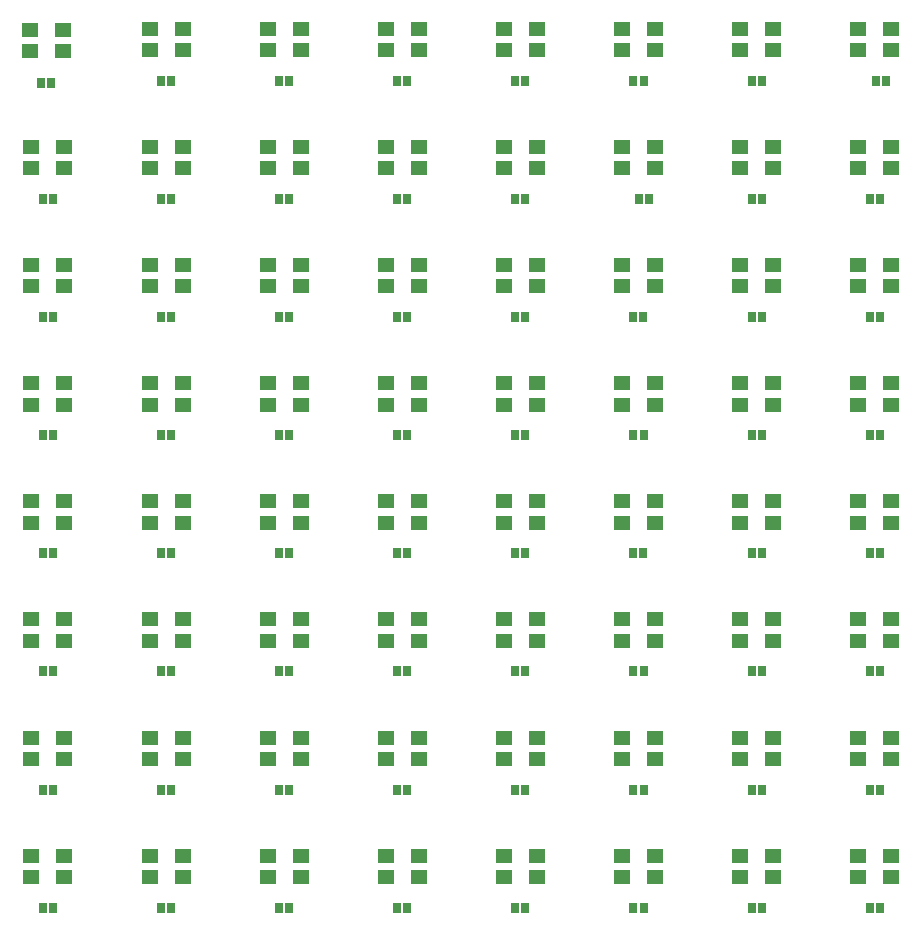
<source format=gts>
G04 ---------------------------- Layer name :TOP SOLDER LAYER*
G04 EasyEDA v5.8.22, Sat, 19 Jan 2019 18:17:00 GMT*
G04 b8eca77e87294b629a6419249ffa979f*
G04 Gerber Generator version 0.2*
G04 Scale: 100 percent, Rotated: No, Reflected: No *
G04 Dimensions in millimeters *
G04 leading zeros omitted , absolute positions ,3 integer and 3 decimal *
%FSLAX33Y33*%
%MOMM*%
G90*
G71D02*

%ADD20R,1.403198X1.203198*%
%ADD21R,0.803148X0.853186*%

%LPD*%
G54D20*
G01X3501Y75798D03*
G01X6301Y75798D03*
G01X6301Y73998D03*
G01X3501Y73998D03*
G01X13599Y75899D03*
G01X16400Y75899D03*
G01X16400Y74099D03*
G01X13599Y74099D03*
G01X23601Y75898D03*
G01X26401Y75898D03*
G01X26401Y74098D03*
G01X23601Y74098D03*
G01X33599Y75899D03*
G01X36399Y75899D03*
G01X36399Y74099D03*
G01X33599Y74099D03*
G01X43599Y75899D03*
G01X46399Y75899D03*
G01X46399Y74099D03*
G01X43599Y74099D03*
G01X53599Y75899D03*
G01X56399Y75899D03*
G01X56399Y74099D03*
G01X53599Y74099D03*
G01X63599Y75899D03*
G01X66399Y75899D03*
G01X66399Y74099D03*
G01X63599Y74099D03*
G01X73599Y75899D03*
G01X76399Y75899D03*
G01X76399Y74099D03*
G01X73599Y74099D03*
G01X3599Y65899D03*
G01X6400Y65899D03*
G01X6400Y64099D03*
G01X3599Y64099D03*
G01X13599Y65899D03*
G01X16400Y65899D03*
G01X16400Y64099D03*
G01X13599Y64099D03*
G01X23599Y65899D03*
G01X26399Y65899D03*
G01X26399Y64099D03*
G01X23599Y64099D03*
G01X33599Y65899D03*
G01X36399Y65899D03*
G01X36399Y64099D03*
G01X33599Y64099D03*
G01X43599Y65899D03*
G01X46399Y65899D03*
G01X46399Y64099D03*
G01X43599Y64099D03*
G01X53601Y65898D03*
G01X56401Y65898D03*
G01X56401Y64098D03*
G01X53601Y64098D03*
G01X63599Y65899D03*
G01X66399Y65899D03*
G01X66399Y64099D03*
G01X63599Y64099D03*
G01X73599Y65899D03*
G01X76399Y65899D03*
G01X76399Y64099D03*
G01X73599Y64099D03*
G01X3599Y55899D03*
G01X6400Y55899D03*
G01X6400Y54099D03*
G01X3599Y54099D03*
G01X13599Y55899D03*
G01X16400Y55899D03*
G01X16400Y54099D03*
G01X13599Y54099D03*
G01X23599Y55899D03*
G01X26399Y55899D03*
G01X26399Y54099D03*
G01X23599Y54099D03*
G01X33601Y55898D03*
G01X36402Y55898D03*
G01X36402Y54098D03*
G01X33601Y54098D03*
G01X43601Y55898D03*
G01X46401Y55898D03*
G01X46401Y54098D03*
G01X43601Y54098D03*
G01X53601Y55898D03*
G01X56401Y55898D03*
G01X56401Y54098D03*
G01X53601Y54098D03*
G01X63599Y55899D03*
G01X66399Y55899D03*
G01X66399Y54099D03*
G01X63599Y54099D03*
G01X73601Y55898D03*
G01X76401Y55898D03*
G01X76401Y54098D03*
G01X73601Y54098D03*
G01X3601Y45898D03*
G01X6402Y45898D03*
G01X6402Y44098D03*
G01X3601Y44098D03*
G01X13601Y45898D03*
G01X16402Y45898D03*
G01X16402Y44098D03*
G01X13601Y44098D03*
G01X23601Y45898D03*
G01X26401Y45898D03*
G01X26401Y44098D03*
G01X23601Y44098D03*
G01X33601Y45898D03*
G01X36402Y45898D03*
G01X36402Y44098D03*
G01X33601Y44098D03*
G01X43601Y45898D03*
G01X46401Y45898D03*
G01X46401Y44098D03*
G01X43601Y44098D03*
G01X53601Y45898D03*
G01X56401Y45898D03*
G01X56401Y44098D03*
G01X53601Y44098D03*
G01X63601Y45898D03*
G01X66401Y45898D03*
G01X66401Y44098D03*
G01X63601Y44098D03*
G01X73601Y45898D03*
G01X76401Y45898D03*
G01X76401Y44098D03*
G01X73601Y44098D03*
G01X3601Y35898D03*
G01X6402Y35898D03*
G01X6402Y34098D03*
G01X3601Y34098D03*
G01X13601Y35898D03*
G01X16402Y35898D03*
G01X16402Y34098D03*
G01X13601Y34098D03*
G01X23601Y35898D03*
G01X26401Y35898D03*
G01X26401Y34098D03*
G01X23601Y34098D03*
G01X33601Y35898D03*
G01X36402Y35898D03*
G01X36402Y34098D03*
G01X33601Y34098D03*
G01X43601Y35898D03*
G01X46401Y35898D03*
G01X46401Y34098D03*
G01X43601Y34098D03*
G01X53601Y35898D03*
G01X56401Y35898D03*
G01X56401Y34098D03*
G01X53601Y34098D03*
G01X63601Y35898D03*
G01X66401Y35898D03*
G01X66401Y34098D03*
G01X63601Y34098D03*
G01X73599Y35899D03*
G01X76399Y35899D03*
G01X76399Y34100D03*
G01X73599Y34100D03*
G01X3601Y25898D03*
G01X6402Y25898D03*
G01X6402Y24098D03*
G01X3601Y24098D03*
G01X13601Y25898D03*
G01X16402Y25898D03*
G01X16402Y24098D03*
G01X13601Y24098D03*
G01X23599Y25899D03*
G01X26399Y25899D03*
G01X26399Y24100D03*
G01X23599Y24100D03*
G01X33601Y25898D03*
G01X36402Y25898D03*
G01X36402Y24098D03*
G01X33601Y24098D03*
G01X43601Y25898D03*
G01X46401Y25898D03*
G01X46401Y24098D03*
G01X43601Y24098D03*
G01X53601Y25898D03*
G01X56401Y25898D03*
G01X56401Y24098D03*
G01X53601Y24098D03*
G01X63599Y25899D03*
G01X66399Y25899D03*
G01X66399Y24100D03*
G01X63599Y24100D03*
G01X73599Y25899D03*
G01X76399Y25899D03*
G01X76399Y24100D03*
G01X73599Y24100D03*
G01X3601Y15898D03*
G01X6402Y15898D03*
G01X6402Y14098D03*
G01X3601Y14098D03*
G01X13601Y15898D03*
G01X16402Y15898D03*
G01X16402Y14098D03*
G01X13601Y14098D03*
G01X23601Y15898D03*
G01X26401Y15898D03*
G01X26401Y14098D03*
G01X23601Y14098D03*
G01X33601Y15898D03*
G01X36402Y15898D03*
G01X36402Y14098D03*
G01X33601Y14098D03*
G01X43601Y15898D03*
G01X46401Y15898D03*
G01X46401Y14098D03*
G01X43601Y14098D03*
G01X53601Y15898D03*
G01X56401Y15898D03*
G01X56401Y14098D03*
G01X53601Y14098D03*
G01X63601Y15898D03*
G01X66401Y15898D03*
G01X66401Y14098D03*
G01X63601Y14098D03*
G01X73599Y15899D03*
G01X76399Y15899D03*
G01X76399Y14100D03*
G01X73599Y14100D03*
G01X3601Y5898D03*
G01X6402Y5898D03*
G01X6402Y4098D03*
G01X3601Y4098D03*
G01X13601Y5898D03*
G01X16402Y5898D03*
G01X16402Y4098D03*
G01X13601Y4098D03*
G01X23599Y5899D03*
G01X26399Y5899D03*
G01X26399Y4100D03*
G01X23599Y4100D03*
G01X33599Y5899D03*
G01X36399Y5899D03*
G01X36399Y4100D03*
G01X33599Y4100D03*
G01X43601Y5898D03*
G01X46401Y5898D03*
G01X46401Y4098D03*
G01X43601Y4098D03*
G01X53599Y5899D03*
G01X56399Y5899D03*
G01X56399Y4100D03*
G01X53599Y4100D03*
G01X63601Y5898D03*
G01X66401Y5898D03*
G01X66401Y4098D03*
G01X63601Y4098D03*
G01X73599Y5899D03*
G01X76399Y5899D03*
G01X76399Y4100D03*
G01X73599Y4100D03*
G54D21*
G01X5226Y71298D03*
G01X4377Y71298D03*
G01X15424Y71499D03*
G01X14575Y71499D03*
G01X25426Y71498D03*
G01X24577Y71498D03*
G01X35426Y71498D03*
G01X34577Y71498D03*
G01X45426Y71498D03*
G01X44577Y71498D03*
G01X55426Y71498D03*
G01X54577Y71498D03*
G01X65426Y71498D03*
G01X64577Y71498D03*
G01X75926Y71498D03*
G01X75077Y71498D03*
G01X5424Y61499D03*
G01X4575Y61499D03*
G01X15424Y61499D03*
G01X14575Y61499D03*
G01X25426Y61498D03*
G01X24577Y61498D03*
G01X35426Y61498D03*
G01X34577Y61498D03*
G01X45426Y61498D03*
G01X44577Y61498D03*
G01X55926Y61498D03*
G01X55077Y61498D03*
G01X65426Y61498D03*
G01X64577Y61498D03*
G01X75426Y61498D03*
G01X74577Y61498D03*
G01X5426Y51498D03*
G01X4577Y51498D03*
G01X15426Y51498D03*
G01X14577Y51498D03*
G01X25426Y51498D03*
G01X24577Y51498D03*
G01X35426Y51498D03*
G01X34577Y51498D03*
G01X45426Y51498D03*
G01X44577Y51498D03*
G01X55424Y51499D03*
G01X54575Y51499D03*
G01X65426Y51498D03*
G01X64577Y51498D03*
G01X75426Y51498D03*
G01X74577Y51498D03*
G01X5426Y41498D03*
G01X4577Y41498D03*
G01X15426Y41498D03*
G01X14577Y41498D03*
G01X25426Y41498D03*
G01X24577Y41498D03*
G01X35426Y41498D03*
G01X34577Y41498D03*
G01X45426Y41498D03*
G01X44577Y41498D03*
G01X55426Y41498D03*
G01X54577Y41498D03*
G01X65426Y41498D03*
G01X64577Y41498D03*
G01X75426Y41498D03*
G01X74577Y41498D03*
G01X5426Y31498D03*
G01X4577Y31498D03*
G01X15426Y31498D03*
G01X14577Y31498D03*
G01X25426Y31498D03*
G01X24577Y31498D03*
G01X35426Y31498D03*
G01X34577Y31498D03*
G01X45426Y31498D03*
G01X44577Y31498D03*
G01X55424Y31499D03*
G01X54575Y31499D03*
G01X65426Y31498D03*
G01X64577Y31498D03*
G01X75426Y31498D03*
G01X74577Y31498D03*
G01X5426Y21498D03*
G01X4577Y21498D03*
G01X15426Y21498D03*
G01X14577Y21498D03*
G01X25426Y21498D03*
G01X24577Y21498D03*
G01X35426Y21498D03*
G01X34577Y21498D03*
G01X45426Y21498D03*
G01X44577Y21498D03*
G01X55426Y21498D03*
G01X54577Y21498D03*
G01X65426Y21498D03*
G01X64577Y21498D03*
G01X75426Y21498D03*
G01X74577Y21498D03*
G01X5426Y11498D03*
G01X4577Y11498D03*
G01X15426Y11498D03*
G01X14577Y11498D03*
G01X25426Y11498D03*
G01X24577Y11498D03*
G01X35426Y11498D03*
G01X34577Y11498D03*
G01X45426Y11498D03*
G01X44577Y11498D03*
G01X55426Y11498D03*
G01X54577Y11498D03*
G01X65426Y11498D03*
G01X64577Y11498D03*
G01X75426Y11498D03*
G01X74577Y11498D03*
G01X5426Y1498D03*
G01X4577Y1498D03*
G01X15426Y1498D03*
G01X14577Y1498D03*
G01X25426Y1498D03*
G01X24577Y1498D03*
G01X35426Y1498D03*
G01X34577Y1498D03*
G01X45426Y1498D03*
G01X44577Y1498D03*
G01X55426Y1498D03*
G01X54577Y1498D03*
G01X65426Y1498D03*
G01X64577Y1498D03*
G01X75426Y1498D03*
G01X74577Y1498D03*
M00*
M02*

</source>
